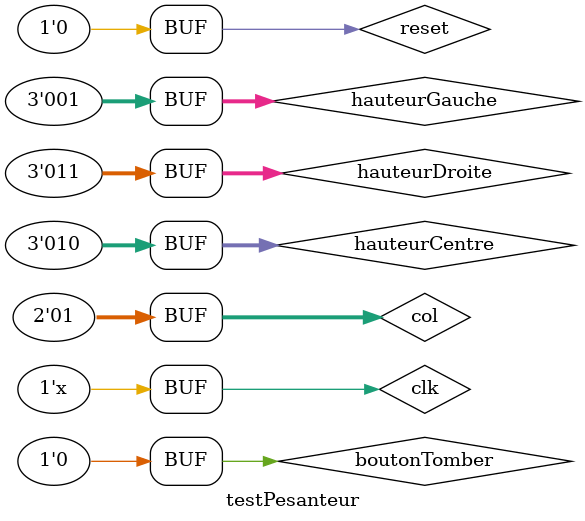
<source format=v>
`timescale 1ns / 1ps


module testPesanteur;

	// Inputs
	reg [2:0] hauteurGauche;
	reg [2:0] hauteurCentre;
	reg [2:0] hauteurDroite;
	reg [1:0] col;
	reg [10:0] hpos;
	reg [10:0] vpos;
	reg pulse;
	reg reset;
	reg clk;
	reg boutonTomber;
	
	reg [15:0] count;

	// Outputs
	wire PlusGauche;
	wire PlusCentre;
	wire PlusDroite;
	wire Aligne;
	wire Perdu;
	wire [2:0] Row;
	wire [4:0] Couleur;

	// Instantiate the Unit Under Test (UUT)
	Pesanteur uut (
		.hauteurGauche(hauteurGauche), 
		.hauteurCentre(hauteurCentre), 
		.hauteurDroite(hauteurDroite), 
		.col(col), 
		.hpos(hpos), 
		.vpos(vpos), 
		.pulse(pulse), 
		.reset(reset), 
		.clk(clk), 
		.boutonTomber(boutonTomber), 
		.PlusGauche(PlusGauche), 
		.PlusCentre(PlusCentre), 
		.PlusDroite(PlusDroite), 
		.Aligne(Aligne), 
		.Perdu(Perdu), 
		.Row(Row), 
		.Couleur(Couleur)
	);

	initial begin
		// Initialize Inputs
		hauteurGauche = 1;
		hauteurCentre = 2;
		hauteurDroite = 3;
		col = 1;
		hpos = 0;
		vpos = 0;
		pulse = 0;
		reset = 1;
		clk = 0;
		boutonTomber = 0;
		
		count = 0;

		// Wait 100 ns for global reset to finish
		#100;
		
		reset = 0;
		#100;
        
		// Add stimulus here

	end
	
	always #10 begin
		clk = clk + 1;
		pulse = 0;
		if (count <10000)
			count = count + 1;
		else begin 
			count = 0;
			pulse = 1;
		end
	end
	
	always #20 begin
		if (hpos<639)
			hpos = hpos + 1;
		else hpos = 0;
	end
	
	always #12800 begin 
		if (vpos<479)
			vpos = vpos + 1;
		else
			vpos = 0;
	end
	
		
      
endmodule


</source>
